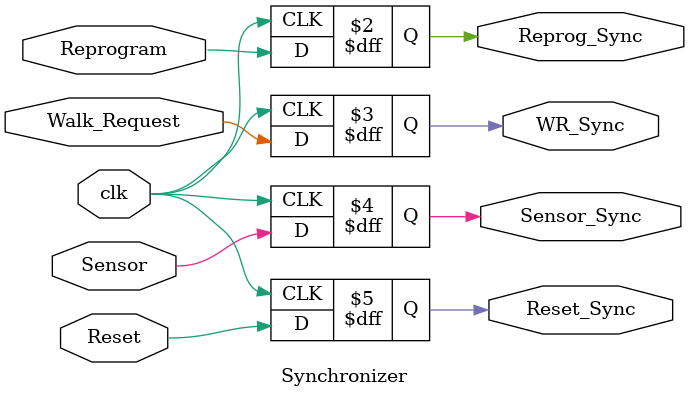
<source format=v>
`timescale 1us / 1ns

module Synchronizer(
    input Reset,
    input Sensor,
    input Walk_Request,
    input Reprogram,
	 input clk,
    output reg Reprog_Sync,
    output reg WR_Sync,
    output reg Sensor_Sync,
    output reg Reset_Sync
    );
	always@(posedge clk) begin
	   Reset_Sync <= Reset;
	   WR_Sync <= Walk_Request;
	   Reprog_Sync <= Reprogram;
	   Sensor_Sync <= Sensor;
	
	end

endmodule

</source>
